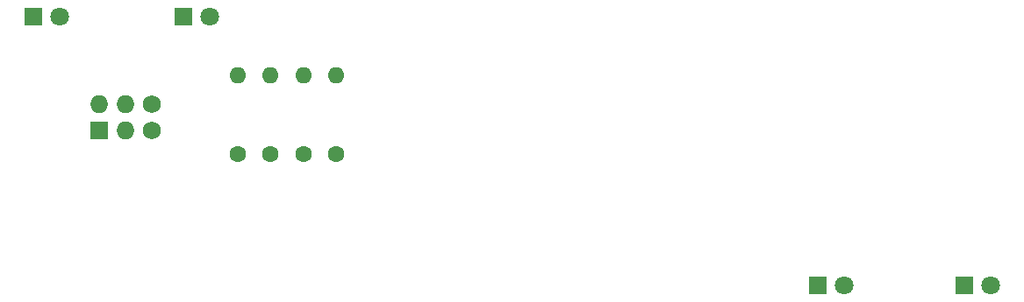
<source format=gbr>
G04 #@! TF.GenerationSoftware,KiCad,Pcbnew,(5.1.2)-1*
G04 #@! TF.CreationDate,2019-06-29T13:34:35-04:00*
G04 #@! TF.ProjectId,linecon27,6c696e65-636f-46e3-9237-2e6b69636164,rev?*
G04 #@! TF.SameCoordinates,Original*
G04 #@! TF.FileFunction,Copper,L1,Top*
G04 #@! TF.FilePolarity,Positive*
%FSLAX46Y46*%
G04 Gerber Fmt 4.6, Leading zero omitted, Abs format (unit mm)*
G04 Created by KiCad (PCBNEW (5.1.2)-1) date 2019-06-29 13:34:35*
%MOMM*%
%LPD*%
G04 APERTURE LIST*
%ADD10R,1.727200X1.727200*%
%ADD11O,1.727200X1.727200*%
%ADD12C,1.727200*%
%ADD13O,1.600000X1.600000*%
%ADD14C,1.600000*%
%ADD15C,1.800000*%
%ADD16R,1.800000X1.800000*%
G04 APERTURE END LIST*
D10*
X137728000Y-100985000D03*
D11*
X137728000Y-98445000D03*
X140268000Y-100985000D03*
X140268000Y-98445000D03*
D12*
X142808000Y-100985000D03*
X142808000Y-98445000D03*
D13*
X157480000Y-95631000D03*
D14*
X157480000Y-103251000D03*
D13*
X151130000Y-95631000D03*
D14*
X151130000Y-103251000D03*
D13*
X160655000Y-95631000D03*
D14*
X160655000Y-103251000D03*
D13*
X154305000Y-95631000D03*
D14*
X154305000Y-103251000D03*
D15*
X148463000Y-89916000D03*
D16*
X145923000Y-89916000D03*
D15*
X209677000Y-115951000D03*
D16*
X207137000Y-115951000D03*
D15*
X223774000Y-115951000D03*
D16*
X221234000Y-115951000D03*
D15*
X133985000Y-89916000D03*
D16*
X131445000Y-89916000D03*
M02*

</source>
